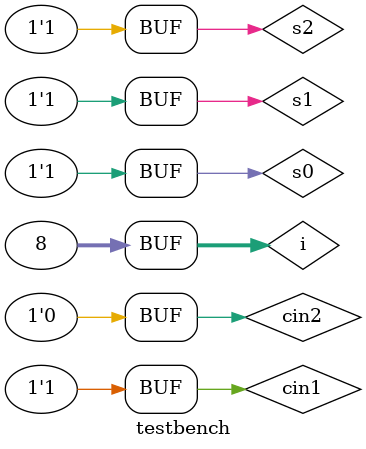
<source format=v>
`include "mux-8ops.v"

module testbench;
    reg cin1, cin2, s2, s1, s0;
    wire [7:0] d;
    wire cout;

    all_ops ops (d, cin1, cin2);
    mux_8x1 mux (cout, d, s2, s1, s0);

    // 0 -> Bitwise AND
    // 1 -> Bitwise XOR
    // 2 -> Bitwise NAND
    // 3 -> Bitwise OR
    // 4 -> Bitwise NOT (for 1st Input)
    // 5 -> Bitwise NOT (for 2nd Input)
    // 6 -> Bitwise NOR
    // 7 -> Bitwise XNOR
    integer i;
    initial begin
        cin1 = 1'b1; cin2 = 1'b0;
        for (i = 0; i < 8; i=i+1) begin
            {s2, s1, s0} = i;
            #1;
        end
    end

    initial
        $monitor($time, " : in1=%b in2=%b S=%b%b%b out=%b", cin1, cin2, s2, s1, s0, cout);
endmodule

</source>
